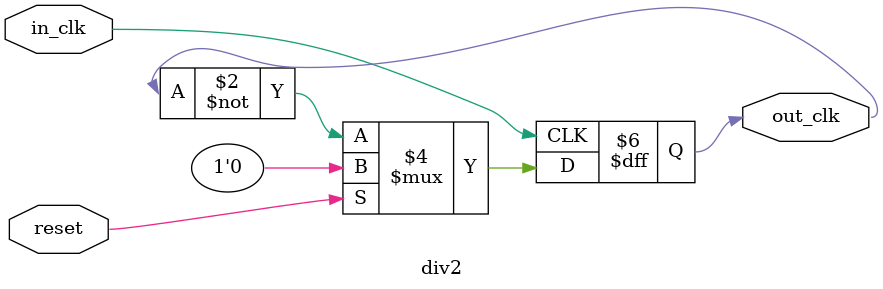
<source format=sv>

module div2 (
    in_clk,
    reset,
    out_clk
);
    input logic in_clk;
    input logic reset;
    output logic out_clk;

    // Toggle the clock every time an "in_clk" posedge is seen.
    // This means there would have to be two "in_clk" posedges seen to cover one period of out_clk.
    always_ff @ (posedge in_clk) begin
        if (reset) begin
            out_clk <= 1'b0;
        end
        else begin
            out_clk <= ~out_clk;
        end
    end

endmodule
</source>
